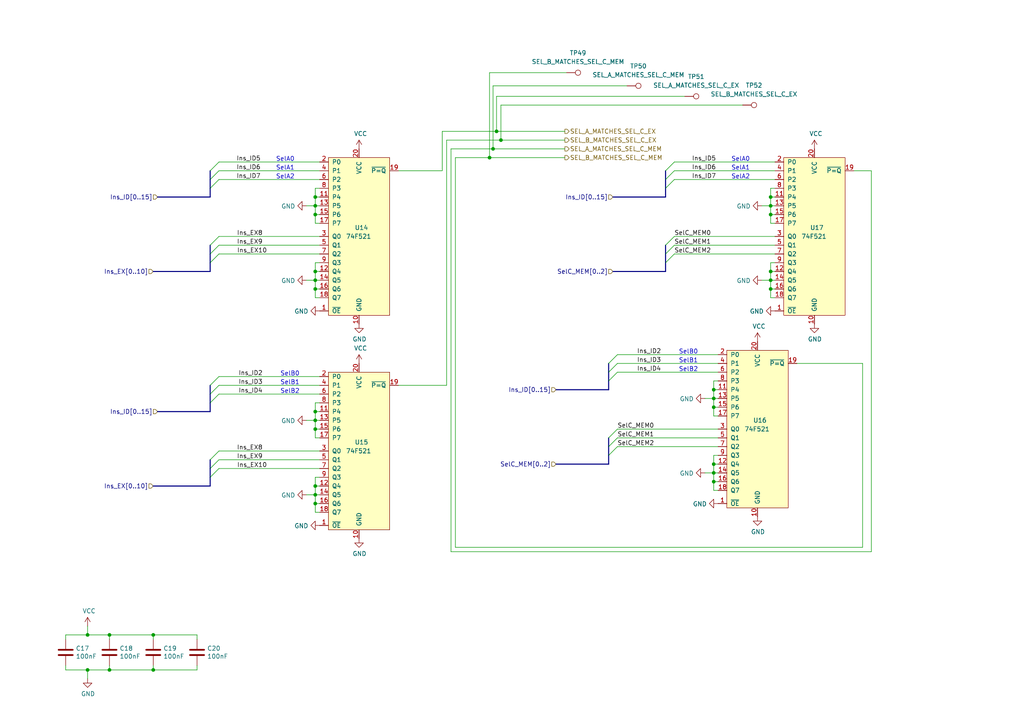
<source format=kicad_sch>
(kicad_sch (version 20211123) (generator eeschema)
  (paper "A4")
  (title_block (date "2022-09-25") (rev "C"))
  (lib_symbols
    (symbol "74xx (kicad5):74F521" (pin_names (offset 1.016))
      (property "Reference" "U" (at 0 0 0))
      (property "Value" "74F521" (at 0 -2.54 0))
      (symbol "74F521_0_0"
        (pin input line (at -11.43 -24.13 0) (length 2.54) (name "~{OE}") (number "1"))
        (pin power_in line (at 0 -27.94 90) (length 2.54) (name "GND") (number "10"))
        (pin input line (at -11.43 8.89 0) (length 2.54) (name "P4") (number "11"))
        (pin input line (at -11.43 -12.7 0) (length 2.54) (name "Q4") (number "12"))
        (pin input line (at -11.43 6.35 0) (length 2.54) (name "P5") (number "13"))
        (pin input line (at -11.43 -15.24 0) (length 2.54) (name "Q5") (number "14"))
        (pin input line (at -11.43 3.81 0) (length 2.54) (name "P6") (number "15"))
        (pin input line (at -11.43 -17.78 0) (length 2.54) (name "Q6") (number "16"))
        (pin input line (at -11.43 1.27 0) (length 2.54) (name "P7") (number "17"))
        (pin input line (at -11.43 -20.32 0) (length 2.54) (name "Q7") (number "18"))
        (pin output line (at 11.43 16.51 180) (length 2.54) (name "~{P=Q}") (number "19"))
        (pin input line (at -11.43 19.05 0) (length 2.54) (name "P0") (number "2"))
        (pin power_in line (at 0 22.86 270) (length 2.54) (name "VCC") (number "20"))
        (pin input line (at -11.43 -2.54 0) (length 2.54) (name "Q0") (number "3"))
        (pin input line (at -11.43 16.51 0) (length 2.54) (name "P1") (number "4"))
        (pin input line (at -11.43 -5.08 0) (length 2.54) (name "Q1") (number "5"))
        (pin input line (at -11.43 13.97 0) (length 2.54) (name "P2") (number "6"))
        (pin input line (at -11.43 -7.62 0) (length 2.54) (name "Q2") (number "7"))
        (pin input line (at -11.43 11.43 0) (length 2.54) (name "P3") (number "8"))
        (pin input line (at -11.43 -10.16 0) (length 2.54) (name "Q3") (number "9"))
      )
      (symbol "74F521_0_1"
        (rectangle (start -8.89 20.32) (end 8.89 -25.4) (fill (type background)))
      )
    )
    (symbol "Connector:TestPoint" (pin_numbers hide) (pin_names (offset 0.762) hide)
      (property "Reference" "TP" (at 0 6.858 0))
      (property "Value" "TestPoint" (at 0 5.08 0))
      (symbol "TestPoint_0_1"
        (circle (center 0 3.302) (radius 0.762))
      )
      (symbol "TestPoint_1_1"
        (pin passive line (at 0 0 90) (length 2.54) (name "1") (number "1"))
      )
    )
    (symbol "Device:C" (pin_numbers hide) (pin_names (offset 0.254))
      (property "Reference" "C" (at 0.635 2.54 0))
      (property "Value" "C" (at 0.635 -2.54 0))
      (symbol "C_0_1"
        (polyline (pts (xy -2.032 -0.762) (xy 2.032 -0.762)) (stroke (width 0.508)))
        (polyline (pts (xy -2.032 0.762) (xy 2.032 0.762)) (stroke (width 0.508)))
      )
      (symbol "C_1_1"
        (pin passive line (at 0 3.81 270) (length 2.794) (name "~") (number "1"))
        (pin passive line (at 0 -3.81 90) (length 2.794) (name "~") (number "2"))
      )
    )
    (symbol "power:GND" (power) (pin_names (offset 0))
      (property "Value" "GND" (at 0 -3.81 0))
      (symbol "GND_0_1"
        (polyline (pts (xy 0 0) (xy 0 -1.27) (xy 1.27 -1.27) (xy 0 -2.54) (xy -1.27 -1.27) (xy 0 -1.27)))
      )
      (symbol "GND_1_1"
        (pin power_in line (at 0 0 270) (length 0) hide (name "GND") (number "1"))
      )
    )
    (symbol "power:VCC" (power) (pin_names (offset 0))
      (property "Value" "VCC" (at 0 3.81 0))
      (symbol "VCC_0_1"
        (polyline (pts (xy -0.762 1.27) (xy 0 2.54)))
        (polyline (pts (xy 0 0) (xy 0 2.54)))
        (polyline (pts (xy 0 2.54) (xy 0.762 1.27)))
      )
      (symbol "VCC_1_1"
        (pin power_in line (at 0 0 90) (length 0) hide (name "VCC") (number "1"))
      )
    )
  )
  (junction (at 207.01 139.7))
  (junction (at 25.4 184.15))
  (junction (at 207.01 113.03))
  (junction (at 91.44 57.15))
  (junction (at 207.01 137.16))
  (junction (at 223.52 78.74))
  (junction (at 91.44 119.38))
  (junction (at 223.52 59.69))
  (junction (at 25.4 194.31))
  (junction (at 91.44 146.05))
  (junction (at 91.44 140.97))
  (junction (at 207.01 118.11))
  (junction (at 223.52 57.15))
  (junction (at 143.002 43.18))
  (junction (at 223.52 62.23))
  (junction (at 91.44 143.51))
  (junction (at 141.986 45.72))
  (junction (at 91.44 59.69))
  (junction (at 91.44 81.28))
  (junction (at 223.52 83.82))
  (junction (at 44.45 194.31))
  (junction (at 31.75 194.31))
  (junction (at 223.52 81.28))
  (junction (at 31.75 184.15))
  (junction (at 91.44 62.23))
  (junction (at 144.018 38.1))
  (junction (at 91.44 121.92))
  (junction (at 207.01 115.57))
  (junction (at 207.01 134.62))
  (junction (at 44.45 184.15))
  (junction (at 145.288 40.64))
  (junction (at 91.44 83.82))
  (junction (at 91.44 78.74))
  (junction (at 91.44 124.46))
  (bus_entry (at 193.04 71.12) (size 2.54 -2.54))
  (bus_entry (at 63.5 46.99) (size -2.54 2.54))
  (bus_entry (at 176.53 127) (size 2.54 -2.54))
  (bus_entry (at 179.07 102.87) (size -2.54 2.54))
  (bus_entry (at 63.5 49.53) (size -2.54 2.54))
  (bus_entry (at 193.04 76.2) (size 2.54 -2.54))
  (bus_entry (at 179.07 105.41) (size -2.54 2.54))
  (bus_entry (at 60.96 138.43) (size 2.54 -2.54))
  (bus_entry (at 63.5 114.3) (size -2.54 2.54))
  (bus_entry (at 176.53 132.08) (size 2.54 -2.54))
  (bus_entry (at 195.58 49.53) (size -2.54 2.54))
  (bus_entry (at 60.96 71.12) (size 2.54 -2.54))
  (bus_entry (at 63.5 109.22) (size -2.54 2.54))
  (bus_entry (at 195.58 46.99) (size -2.54 2.54))
  (bus_entry (at 63.5 111.76) (size -2.54 2.54))
  (bus_entry (at 179.07 107.95) (size -2.54 2.54))
  (bus_entry (at 60.96 135.89) (size 2.54 -2.54))
  (bus_entry (at 195.58 52.07) (size -2.54 2.54))
  (bus_entry (at 60.96 133.35) (size 2.54 -2.54))
  (bus_entry (at 63.5 52.07) (size -2.54 2.54))
  (bus_entry (at 193.04 73.66) (size 2.54 -2.54))
  (bus_entry (at 60.96 73.66) (size 2.54 -2.54))
  (bus_entry (at 176.53 129.54) (size 2.54 -2.54))
  (bus_entry (at 60.96 76.2) (size 2.54 -2.54))
  (bus (pts (xy 60.96 52.07) (xy 60.96 54.61)))
  (wire (pts (xy 144.018 27.94) (xy 144.018 38.1)))
  (bus (pts (xy 60.96 49.53) (xy 60.96 52.07)))
  (wire (pts (xy 91.44 57.15) (xy 91.44 59.69)))
  (wire (pts (xy 141.986 45.72) (xy 163.83 45.72)))
  (bus (pts (xy 177.8 78.74) (xy 193.04 78.74)))
  (wire (pts (xy 44.45 194.31) (xy 57.15 194.31)))
  (wire (pts (xy 91.44 62.23) (xy 91.44 64.77)))
  (wire (pts (xy 195.58 46.99) (xy 224.79 46.99)))
  (bus (pts (xy 161.29 134.62) (xy 176.53 134.62)))
  (bus (pts (xy 176.53 110.49) (xy 176.53 113.03)))
  (bus (pts (xy 176.53 105.41) (xy 176.53 107.95)))
  (wire (pts (xy 130.81 43.18) (xy 143.002 43.18)))
  (bus (pts (xy 176.53 127) (xy 176.53 129.54)))
  (wire (pts (xy 92.71 140.97) (xy 91.44 140.97)))
  (wire (pts (xy 231.14 105.41) (xy 250.19 105.41)))
  (wire (pts (xy 63.5 109.22) (xy 92.71 109.22)))
  (bus (pts (xy 60.96 135.89) (xy 60.96 138.43)))
  (bus (pts (xy 176.53 132.08) (xy 176.53 134.62)))
  (wire (pts (xy 91.44 121.92) (xy 91.44 124.46)))
  (wire (pts (xy 132.08 45.72) (xy 141.986 45.72)))
  (wire (pts (xy 224.79 68.58) (xy 195.58 68.58)))
  (wire (pts (xy 223.52 59.69) (xy 224.79 59.69)))
  (wire (pts (xy 215.392 30.48) (xy 145.288 30.48)))
  (bus (pts (xy 176.53 129.54) (xy 176.53 132.08)))
  (bus (pts (xy 193.04 73.66) (xy 193.04 76.2)))
  (wire (pts (xy 207.01 115.57) (xy 208.28 115.57)))
  (wire (pts (xy 25.4 196.85) (xy 25.4 194.31)))
  (wire (pts (xy 207.01 139.7) (xy 207.01 142.24)))
  (wire (pts (xy 57.15 184.15) (xy 57.15 185.42)))
  (wire (pts (xy 91.44 121.92) (xy 88.9 121.92)))
  (wire (pts (xy 143.002 24.892) (xy 143.002 43.18)))
  (wire (pts (xy 224.79 57.15) (xy 223.52 57.15)))
  (wire (pts (xy 25.4 194.31) (xy 31.75 194.31)))
  (wire (pts (xy 91.44 59.69) (xy 91.44 62.23)))
  (wire (pts (xy 207.01 137.16) (xy 204.47 137.16)))
  (wire (pts (xy 91.44 59.69) (xy 92.71 59.69)))
  (bus (pts (xy 193.04 71.12) (xy 193.04 73.66)))
  (wire (pts (xy 207.01 120.65) (xy 208.28 120.65)))
  (wire (pts (xy 207.01 137.16) (xy 207.01 139.7)))
  (bus (pts (xy 60.96 57.15) (xy 45.72 57.15)))
  (wire (pts (xy 179.07 102.87) (xy 208.28 102.87)))
  (wire (pts (xy 223.52 64.77) (xy 224.79 64.77)))
  (bus (pts (xy 193.04 49.53) (xy 193.04 52.07)))
  (wire (pts (xy 181.864 24.892) (xy 143.002 24.892)))
  (wire (pts (xy 208.28 129.54) (xy 179.07 129.54)))
  (wire (pts (xy 207.01 142.24) (xy 208.28 142.24)))
  (wire (pts (xy 91.44 138.43) (xy 91.44 140.97)))
  (wire (pts (xy 250.19 158.75) (xy 132.08 158.75)))
  (wire (pts (xy 207.01 137.16) (xy 208.28 137.16)))
  (wire (pts (xy 224.79 73.66) (xy 195.58 73.66)))
  (wire (pts (xy 19.05 184.15) (xy 25.4 184.15)))
  (bus (pts (xy 60.96 73.66) (xy 60.96 76.2)))
  (wire (pts (xy 195.58 71.12) (xy 224.79 71.12)))
  (wire (pts (xy 19.05 185.42) (xy 19.05 184.15)))
  (bus (pts (xy 44.45 78.74) (xy 60.96 78.74)))
  (wire (pts (xy 92.71 83.82) (xy 91.44 83.82)))
  (wire (pts (xy 92.71 116.84) (xy 91.44 116.84)))
  (wire (pts (xy 63.5 68.58) (xy 92.71 68.58)))
  (wire (pts (xy 164.338 21.082) (xy 141.986 21.082)))
  (bus (pts (xy 176.53 107.95) (xy 176.53 110.49)))
  (wire (pts (xy 208.28 124.46) (xy 179.07 124.46)))
  (wire (pts (xy 91.44 143.51) (xy 92.71 143.51)))
  (wire (pts (xy 25.4 181.61) (xy 25.4 184.15)))
  (wire (pts (xy 223.52 57.15) (xy 223.52 59.69)))
  (bus (pts (xy 176.53 113.03) (xy 161.29 113.03)))
  (wire (pts (xy 223.52 54.61) (xy 223.52 57.15)))
  (wire (pts (xy 91.44 81.28) (xy 91.44 83.82)))
  (wire (pts (xy 208.28 118.11) (xy 207.01 118.11)))
  (wire (pts (xy 92.71 76.2) (xy 91.44 76.2)))
  (wire (pts (xy 91.44 83.82) (xy 91.44 86.36)))
  (wire (pts (xy 195.58 49.53) (xy 224.79 49.53)))
  (wire (pts (xy 91.44 119.38) (xy 91.44 121.92)))
  (wire (pts (xy 63.5 71.12) (xy 92.71 71.12)))
  (wire (pts (xy 223.52 81.28) (xy 223.52 83.82)))
  (wire (pts (xy 208.28 110.49) (xy 207.01 110.49)))
  (bus (pts (xy 193.04 54.61) (xy 193.04 57.15)))
  (wire (pts (xy 207.01 115.57) (xy 207.01 118.11)))
  (wire (pts (xy 91.44 121.92) (xy 92.71 121.92)))
  (wire (pts (xy 91.44 148.59) (xy 92.71 148.59)))
  (wire (pts (xy 207.01 110.49) (xy 207.01 113.03)))
  (wire (pts (xy 91.44 81.28) (xy 92.71 81.28)))
  (wire (pts (xy 208.28 132.08) (xy 207.01 132.08)))
  (bus (pts (xy 193.04 57.15) (xy 177.8 57.15)))
  (wire (pts (xy 92.71 54.61) (xy 91.44 54.61)))
  (bus (pts (xy 60.96 133.35) (xy 60.96 135.89)))
  (bus (pts (xy 60.96 114.3) (xy 60.96 116.84)))
  (wire (pts (xy 91.44 54.61) (xy 91.44 57.15)))
  (wire (pts (xy 92.71 146.05) (xy 91.44 146.05)))
  (wire (pts (xy 223.52 86.36) (xy 224.79 86.36)))
  (wire (pts (xy 128.27 49.53) (xy 128.27 38.1)))
  (wire (pts (xy 91.44 76.2) (xy 91.44 78.74)))
  (wire (pts (xy 223.52 83.82) (xy 223.52 86.36)))
  (wire (pts (xy 91.44 143.51) (xy 88.9 143.51)))
  (wire (pts (xy 207.01 113.03) (xy 207.01 115.57)))
  (wire (pts (xy 224.79 78.74) (xy 223.52 78.74)))
  (wire (pts (xy 44.45 184.15) (xy 57.15 184.15)))
  (wire (pts (xy 91.44 78.74) (xy 91.44 81.28)))
  (wire (pts (xy 63.5 73.66) (xy 92.71 73.66)))
  (bus (pts (xy 60.96 71.12) (xy 60.96 73.66)))
  (bus (pts (xy 60.96 116.84) (xy 60.96 119.38)))
  (wire (pts (xy 91.44 146.05) (xy 91.44 148.59)))
  (wire (pts (xy 207.01 134.62) (xy 207.01 137.16)))
  (bus (pts (xy 193.04 76.2) (xy 193.04 78.74)))
  (wire (pts (xy 224.79 54.61) (xy 223.52 54.61)))
  (wire (pts (xy 63.5 114.3) (xy 92.71 114.3)))
  (wire (pts (xy 224.79 76.2) (xy 223.52 76.2)))
  (wire (pts (xy 223.52 59.69) (xy 220.98 59.69)))
  (wire (pts (xy 223.52 76.2) (xy 223.52 78.74)))
  (wire (pts (xy 92.71 124.46) (xy 91.44 124.46)))
  (wire (pts (xy 252.73 160.02) (xy 130.81 160.02)))
  (wire (pts (xy 19.05 194.31) (xy 25.4 194.31)))
  (wire (pts (xy 63.5 111.76) (xy 92.71 111.76)))
  (wire (pts (xy 92.71 119.38) (xy 91.44 119.38)))
  (wire (pts (xy 143.002 43.18) (xy 163.83 43.18)))
  (wire (pts (xy 63.5 46.99) (xy 92.71 46.99)))
  (wire (pts (xy 195.58 52.07) (xy 224.79 52.07)))
  (wire (pts (xy 141.986 21.082) (xy 141.986 45.72)))
  (wire (pts (xy 91.44 116.84) (xy 91.44 119.38)))
  (wire (pts (xy 145.288 40.64) (xy 163.83 40.64)))
  (wire (pts (xy 25.4 184.15) (xy 31.75 184.15)))
  (wire (pts (xy 92.71 57.15) (xy 91.44 57.15)))
  (wire (pts (xy 63.5 130.81) (xy 92.71 130.81)))
  (bus (pts (xy 60.96 138.43) (xy 60.96 140.97)))
  (wire (pts (xy 115.57 49.53) (xy 128.27 49.53)))
  (bus (pts (xy 44.45 140.97) (xy 60.96 140.97)))
  (wire (pts (xy 31.75 184.15) (xy 31.75 185.42)))
  (wire (pts (xy 92.71 62.23) (xy 91.44 62.23)))
  (wire (pts (xy 129.54 40.64) (xy 145.288 40.64)))
  (wire (pts (xy 31.75 194.31) (xy 31.75 193.04)))
  (bus (pts (xy 60.96 76.2) (xy 60.96 78.74)))
  (wire (pts (xy 223.52 62.23) (xy 223.52 64.77)))
  (wire (pts (xy 207.01 115.57) (xy 204.47 115.57)))
  (bus (pts (xy 193.04 52.07) (xy 193.04 54.61)))
  (wire (pts (xy 179.07 127) (xy 208.28 127)))
  (wire (pts (xy 31.75 184.15) (xy 44.45 184.15)))
  (wire (pts (xy 129.54 40.64) (xy 129.54 111.76)))
  (wire (pts (xy 247.65 49.53) (xy 252.73 49.53)))
  (wire (pts (xy 63.5 133.35) (xy 92.71 133.35)))
  (wire (pts (xy 252.73 49.53) (xy 252.73 160.02)))
  (wire (pts (xy 91.44 81.28) (xy 88.9 81.28)))
  (wire (pts (xy 224.79 83.82) (xy 223.52 83.82)))
  (wire (pts (xy 130.81 43.18) (xy 130.81 160.02)))
  (wire (pts (xy 223.52 81.28) (xy 220.98 81.28)))
  (wire (pts (xy 145.288 30.48) (xy 145.288 40.64)))
  (wire (pts (xy 91.44 124.46) (xy 91.44 127)))
  (wire (pts (xy 19.05 193.04) (xy 19.05 194.31)))
  (wire (pts (xy 63.5 135.89) (xy 92.71 135.89)))
  (wire (pts (xy 92.71 138.43) (xy 91.44 138.43)))
  (wire (pts (xy 115.57 111.76) (xy 129.54 111.76)))
  (wire (pts (xy 91.44 59.69) (xy 88.9 59.69)))
  (wire (pts (xy 207.01 132.08) (xy 207.01 134.62)))
  (wire (pts (xy 57.15 194.31) (xy 57.15 193.04)))
  (bus (pts (xy 60.96 111.76) (xy 60.96 114.3)))
  (wire (pts (xy 91.44 86.36) (xy 92.71 86.36)))
  (wire (pts (xy 179.07 107.95) (xy 208.28 107.95)))
  (wire (pts (xy 91.44 143.51) (xy 91.44 146.05)))
  (wire (pts (xy 91.44 127) (xy 92.71 127)))
  (wire (pts (xy 144.018 38.1) (xy 163.83 38.1)))
  (wire (pts (xy 198.628 27.94) (xy 144.018 27.94)))
  (wire (pts (xy 92.71 78.74) (xy 91.44 78.74)))
  (wire (pts (xy 128.27 38.1) (xy 144.018 38.1)))
  (wire (pts (xy 44.45 184.15) (xy 44.45 185.42)))
  (wire (pts (xy 63.5 49.53) (xy 92.71 49.53)))
  (wire (pts (xy 223.52 59.69) (xy 223.52 62.23)))
  (wire (pts (xy 208.28 139.7) (xy 207.01 139.7)))
  (wire (pts (xy 91.44 140.97) (xy 91.44 143.51)))
  (wire (pts (xy 208.28 113.03) (xy 207.01 113.03)))
  (wire (pts (xy 31.75 194.31) (xy 44.45 194.31)))
  (bus (pts (xy 60.96 54.61) (xy 60.96 57.15)))
  (bus (pts (xy 60.96 119.38) (xy 45.72 119.38)))
  (wire (pts (xy 44.45 194.31) (xy 44.45 193.04)))
  (wire (pts (xy 179.07 105.41) (xy 208.28 105.41)))
  (wire (pts (xy 223.52 81.28) (xy 224.79 81.28)))
  (wire (pts (xy 132.08 45.72) (xy 132.08 158.75)))
  (wire (pts (xy 224.79 62.23) (xy 223.52 62.23)))
  (wire (pts (xy 207.01 118.11) (xy 207.01 120.65)))
  (wire (pts (xy 63.5 52.07) (xy 92.71 52.07)))
  (wire (pts (xy 223.52 78.74) (xy 223.52 81.28)))
  (wire (pts (xy 208.28 134.62) (xy 207.01 134.62)))
  (wire (pts (xy 91.44 64.77) (xy 92.71 64.77)))
  (wire (pts (xy 250.19 105.41) (xy 250.19 158.75)))
  (text "SelA0" (at 212.09 46.99 0) (effects (font (size 1.27 1.27)) (justify left bottom)))
  (text "SelB1" (at 81.28 111.76 0) (effects (font (size 1.27 1.27)) (justify left bottom)))
  (text "SelA2" (at 212.09 52.07 0) (effects (font (size 1.27 1.27)) (justify left bottom)))
  (text "SelA1" (at 212.09 49.53 0) (effects (font (size 1.27 1.27)) (justify left bottom)))
  (text "SelB2" (at 196.85 107.95 0) (effects (font (size 1.27 1.27)) (justify left bottom)))
  (text "SelA0" (at 80.01 46.99 0) (effects (font (size 1.27 1.27)) (justify left bottom)))
  (text "SelB2" (at 81.28 114.3 0) (effects (font (size 1.27 1.27)) (justify left bottom)))
  (text "SelA1" (at 80.01 49.53 0) (effects (font (size 1.27 1.27)) (justify left bottom)))
  (text "SelA2" (at 80.01 52.07 0) (effects (font (size 1.27 1.27)) (justify left bottom)))
  (text "SelB0" (at 196.85 102.87 0) (effects (font (size 1.27 1.27)) (justify left bottom)))
  (text "SelB0" (at 81.28 109.22 0) (effects (font (size 1.27 1.27)) (justify left bottom)))
  (text "SelB1" (at 196.85 105.41 0) (effects (font (size 1.27 1.27)) (justify left bottom)))
  (label "Ins_ID7" (at 200.66 52.07 0))
  (label "SelC_MEM1" (at 195.58 71.12 0))
  (label "SelC_MEM0" (at 195.58 68.58 0))
  (label "SelC_MEM0" (at 179.07 124.46 0))
  (label "Ins_ID3" (at 76.2 111.76 180))
  (label "Ins_EX9" (at 76.2 133.35 180))
  (label "Ins_EX10" (at 77.47 135.89 180))
  (label "Ins_EX9" (at 76.2 71.12 180))
  (label "Ins_EX8" (at 76.2 68.58 180))
  (label "Ins_ID2" (at 76.2 109.22 180))
  (label "Ins_EX8" (at 76.2 130.81 180))
  (label "SelC_MEM2" (at 179.07 129.54 0))
  (label "Ins_ID4" (at 76.2 114.3 180))
  (label "Ins_ID6" (at 68.58 49.53 0))
  (label "Ins_EX10" (at 77.47 73.66 180))
  (label "Ins_ID2" (at 191.77 102.87 180))
  (label "Ins_ID6" (at 200.66 49.53 0))
  (label "SelC_MEM1" (at 179.07 127 0))
  (label "Ins_ID3" (at 191.77 105.41 180))
  (label "SelC_MEM2" (at 195.58 73.66 0))
  (label "Ins_ID5" (at 200.66 46.99 0))
  (label "Ins_ID5" (at 68.58 46.99 0))
  (label "Ins_ID7" (at 68.58 52.07 0))
  (label "Ins_ID4" (at 191.77 107.95 180))
  (hierarchical_label "SEL_A_MATCHES_SEL_C_EX" (shape output) (at 163.83 38.1 0))
  (hierarchical_label "Ins_EX[0..10]" (shape input) (at 44.45 78.74 180))
  (hierarchical_label "SEL_A_MATCHES_SEL_C_MEM" (shape output) (at 163.83 43.18 0))
  (hierarchical_label "SEL_B_MATCHES_SEL_C_MEM" (shape output) (at 163.83 45.72 0))
  (hierarchical_label "SelC_MEM[0..2]" (shape input) (at 161.29 134.62 180))
  (hierarchical_label "Ins_ID[0..15]" (shape input) (at 161.29 113.03 180))
  (hierarchical_label "Ins_ID[0..15]" (shape input) (at 45.72 119.38 180))
  (hierarchical_label "Ins_ID[0..15]" (shape input) (at 45.72 57.15 180))
  (hierarchical_label "Ins_EX[0..10]" (shape input) (at 44.45 140.97 180))
  (hierarchical_label "SelC_MEM[0..2]" (shape input) (at 177.8 78.74 180))
  (hierarchical_label "Ins_ID[0..15]" (shape input) (at 177.8 57.15 180))
  (hierarchical_label "SEL_B_MATCHES_SEL_C_EX" (shape output) (at 163.83 40.64 0))
  (symbol (lib_id "Device:C") (at 19.05 189.23 0) (unit 1)
    (property "Reference" "C17" (at 21.971 188.0616 0) (effects (justify left)))
    (property "Value" "100nF" (at 21.971 190.373 0) (effects (justify left)))
    (property "Footprint" "Capacitor_SMD:C_0603_1608Metric_Pad1.08x0.95mm_HandSolder" (effects hide))
    (property "Mouser" "https://www.mouser.com/ProductDetail/963-EMK107B7104KAHT" (effects hide))
  )
  (symbol (lib_id "power:VCC") (at 25.4 181.61 0) (unit 1)
    (property "Reference" "#PWR065" (effects hide))
    (property "Value" "VCC" (at 25.8318 177.2158 0))
  )
  (symbol (lib_id "power:GND") (at 25.4 196.85 0) (unit 1)
    (property "Reference" "#PWR066" (effects hide))
    (property "Value" "GND" (at 25.527 201.2442 0))
  )
  (symbol (lib_id "Device:C") (at 31.75 189.23 0) (unit 1)
    (property "Reference" "C18" (at 34.671 188.0616 0) (effects (justify left)))
    (property "Value" "100nF" (at 34.671 190.373 0) (effects (justify left)))
    (property "Footprint" "Capacitor_SMD:C_0603_1608Metric_Pad1.08x0.95mm_HandSolder" (effects hide))
    (property "Mouser" "https://www.mouser.com/ProductDetail/963-EMK107B7104KAHT" (effects hide))
  )
  (symbol (lib_id "Device:C") (at 44.45 189.23 0) (unit 1)
    (property "Reference" "C19" (at 47.371 188.0616 0) (effects (justify left)))
    (property "Value" "100nF" (at 47.371 190.373 0) (effects (justify left)))
    (property "Footprint" "Capacitor_SMD:C_0603_1608Metric_Pad1.08x0.95mm_HandSolder" (effects hide))
    (property "Mouser" "https://www.mouser.com/ProductDetail/963-EMK107B7104KAHT" (effects hide))
  )
  (symbol (lib_id "Device:C") (at 57.15 189.23 0) (unit 1)
    (property "Reference" "C20" (at 60.071 188.0616 0) (effects (justify left)))
    (property "Value" "100nF" (at 60.071 190.373 0) (effects (justify left)))
    (property "Footprint" "Capacitor_SMD:C_0603_1608Metric_Pad1.08x0.95mm_HandSolder" (effects hide))
    (property "Mouser" "https://www.mouser.com/ProductDetail/963-EMK107B7104KAHT" (effects hide))
  )
  (symbol (lib_id "74xx (kicad5):74F521") (at 104.14 66.04 0) (unit 1)
    (property "Reference" "U14" (at 102.87 66.04 0) (effects (justify left)))
    (property "Value" "74F521" (at 100.33 68.58 0) (effects (justify left)))
    (property "Footprint" "Package_SO:SOIC-20W_7.5x12.8mm_P1.27mm" (effects hide))
    (property "Datasheet" "https://www.ti.com/lit/ds/symlink/sn74f521.pdf?HQS=dis-mous-null-mousermode-dsf-pf-null-wwe&ts=1617462836509" (effects hide))
    (property "Mouser" "https://www.mouser.com/ProductDetail/Texas-Instruments/SN74F521DWR?qs=mE33ZKBHyE6Hxf0oNfiDUg%3D%3D" (effects hide))
  )
  (symbol (lib_id "power:VCC") (at 104.14 43.18 0) (unit 1)
    (property "Reference" "#PWR073" (effects hide))
    (property "Value" "VCC" (at 104.5718 38.7858 0))
  )
  (symbol (lib_id "power:GND") (at 104.14 93.98 0) (unit 1)
    (property "Reference" "#PWR074" (effects hide))
    (property "Value" "GND" (at 104.267 98.3742 0))
  )
  (symbol (lib_id "power:GND") (at 92.71 90.17 270) (unit 1)
    (property "Reference" "#PWR071" (effects hide))
    (property "Value" "GND" (at 89.4588 90.297 90) (effects (justify right)))
  )
  (symbol (lib_id "power:GND") (at 88.9 81.28 270) (unit 1)
    (property "Reference" "#PWR068" (effects hide))
    (property "Value" "GND" (at 85.6488 81.407 90) (effects (justify right)))
  )
  (symbol (lib_id "power:GND") (at 88.9 59.69 270) (unit 1)
    (property "Reference" "#PWR067" (effects hide))
    (property "Value" "GND" (at 85.6488 59.817 90) (effects (justify right)))
  )
  (symbol (lib_id "74xx (kicad5):74F521") (at 104.14 128.27 0) (unit 1)
    (property "Reference" "U15" (at 102.87 128.27 0) (effects (justify left)))
    (property "Value" "74F521" (at 100.33 130.81 0) (effects (justify left)))
    (property "Footprint" "Package_SO:SOIC-20W_7.5x12.8mm_P1.27mm" (effects hide))
    (property "Datasheet" "https://www.ti.com/lit/ds/symlink/sn74f521.pdf?HQS=dis-mous-null-mousermode-dsf-pf-null-wwe&ts=1617462836509" (effects hide))
    (property "Mouser" "https://www.mouser.com/ProductDetail/Texas-Instruments/SN74F521DWR?qs=mE33ZKBHyE6Hxf0oNfiDUg%3D%3D" (effects hide))
  )
  (symbol (lib_id "power:VCC") (at 104.14 105.41 0) (unit 1)
    (property "Reference" "#PWR075" (effects hide))
    (property "Value" "VCC" (at 104.5718 101.0158 0))
  )
  (symbol (lib_id "power:GND") (at 104.14 156.21 0) (unit 1)
    (property "Reference" "#PWR076" (effects hide))
    (property "Value" "GND" (at 104.267 160.6042 0))
  )
  (symbol (lib_id "power:GND") (at 92.71 152.4 270) (unit 1)
    (property "Reference" "#PWR072" (effects hide))
    (property "Value" "GND" (at 89.4588 152.527 90) (effects (justify right)))
  )
  (symbol (lib_id "power:GND") (at 88.9 143.51 270) (unit 1)
    (property "Reference" "#PWR070" (effects hide))
    (property "Value" "GND" (at 85.6488 143.637 90) (effects (justify right)))
  )
  (symbol (lib_id "power:GND") (at 88.9 121.92 270) (unit 1)
    (property "Reference" "#PWR069" (effects hide))
    (property "Value" "GND" (at 85.6488 122.047 90) (effects (justify right)))
  )
  (symbol (lib_id "power:GND") (at 220.98 59.69 270) (unit 1)
    (property "Reference" "#PWR082" (effects hide))
    (property "Value" "GND" (at 217.7288 59.817 90) (effects (justify right)))
  )
  (symbol (lib_id "power:GND") (at 220.98 81.28 270) (unit 1)
    (property "Reference" "#PWR083" (effects hide))
    (property "Value" "GND" (at 217.7288 81.407 90) (effects (justify right)))
  )
  (symbol (lib_id "power:GND") (at 224.79 90.17 270) (unit 1)
    (property "Reference" "#PWR084" (effects hide))
    (property "Value" "GND" (at 221.5388 90.297 90) (effects (justify right)))
  )
  (symbol (lib_id "power:GND") (at 236.22 93.98 0) (unit 1)
    (property "Reference" "#PWR086" (effects hide))
    (property "Value" "GND" (at 236.347 98.3742 0))
  )
  (symbol (lib_id "power:VCC") (at 236.22 43.18 0) (unit 1)
    (property "Reference" "#PWR085" (effects hide))
    (property "Value" "VCC" (at 236.6518 38.7858 0))
  )
  (symbol (lib_id "74xx (kicad5):74F521") (at 236.22 66.04 0) (unit 1)
    (property "Reference" "U17" (at 234.95 66.04 0) (effects (justify left)))
    (property "Value" "74F521" (at 232.41 68.58 0) (effects (justify left)))
    (property "Footprint" "Package_SO:SOIC-20W_7.5x12.8mm_P1.27mm" (effects hide))
    (property "Datasheet" "https://www.ti.com/lit/ds/symlink/sn74f521.pdf?HQS=dis-mous-null-mousermode-dsf-pf-null-wwe&ts=1617462836509" (effects hide))
    (property "Mouser" "https://www.mouser.com/ProductDetail/Texas-Instruments/SN74F521DWR?qs=mE33ZKBHyE6Hxf0oNfiDUg%3D%3D" (effects hide))
  )
  (symbol (lib_id "74xx (kicad5):74F521") (at 219.71 121.92 0) (unit 1)
    (property "Reference" "U16" (at 218.44 121.92 0) (effects (justify left)))
    (property "Value" "74F521" (at 215.9 124.46 0) (effects (justify left)))
    (property "Footprint" "Package_SO:SOIC-20W_7.5x12.8mm_P1.27mm" (effects hide))
    (property "Datasheet" "https://www.ti.com/lit/ds/symlink/sn74f521.pdf?HQS=dis-mous-null-mousermode-dsf-pf-null-wwe&ts=1617462836509" (effects hide))
    (property "Mouser" "https://www.mouser.com/ProductDetail/Texas-Instruments/SN74F521DWR?qs=mE33ZKBHyE6Hxf0oNfiDUg%3D%3D" (effects hide))
  )
  (symbol (lib_id "power:VCC") (at 219.71 99.06 0) (unit 1)
    (property "Reference" "#PWR080" (effects hide))
    (property "Value" "VCC" (at 220.1418 94.6658 0))
  )
  (symbol (lib_id "power:GND") (at 219.71 149.86 0) (unit 1)
    (property "Reference" "#PWR081" (effects hide))
    (property "Value" "GND" (at 219.837 154.2542 0))
  )
  (symbol (lib_id "power:GND") (at 208.28 146.05 270) (unit 1)
    (property "Reference" "#PWR079" (effects hide))
    (property "Value" "GND" (at 205.0288 146.177 90) (effects (justify right)))
  )
  (symbol (lib_id "power:GND") (at 204.47 137.16 270) (unit 1)
    (property "Reference" "#PWR078" (effects hide))
    (property "Value" "GND" (at 201.2188 137.287 90) (effects (justify right)))
  )
  (symbol (lib_id "power:GND") (at 204.47 115.57 270) (unit 1)
    (property "Reference" "#PWR077" (effects hide))
    (property "Value" "GND" (at 201.2188 115.697 90) (effects (justify right)))
  )
  (symbol (lib_id "Connector:TestPoint") (at 215.392 30.48 270) (mirror x) (unit 1)
    (property "Reference" "TP52" (at 218.694 24.765 90))
    (property "Value" "SEL_B_MATCHES_SEL_C_EX" (at 218.694 27.305 90))
    (property "Footprint" "TestPoint:TestPoint_Pad_D1.0mm" (effects hide))
  )
  (symbol (lib_id "Connector:TestPoint") (at 164.338 21.082 270) (mirror x) (unit 1)
    (property "Reference" "TP49" (at 167.64 15.367 90))
    (property "Value" "SEL_B_MATCHES_SEL_C_MEM" (at 167.64 17.907 90))
    (property "Footprint" "TestPoint:TestPoint_Pad_D1.0mm" (effects hide))
  )
  (symbol (lib_id "Connector:TestPoint") (at 198.628 27.94 270) (mirror x) (unit 1)
    (property "Reference" "TP51" (at 201.93 22.225 90))
    (property "Value" "SEL_A_MATCHES_SEL_C_EX" (at 201.93 24.765 90))
    (property "Footprint" "TestPoint:TestPoint_Pad_D1.0mm" (effects hide))
  )
  (symbol (lib_id "Connector:TestPoint") (at 181.864 24.892 270) (mirror x) (unit 1)
    (property "Reference" "TP50" (at 185.166 19.177 90))
    (property "Value" "SEL_A_MATCHES_SEL_C_MEM" (at 185.166 21.717 90))
    (property "Footprint" "TestPoint:TestPoint_Pad_D1.0mm" (effects hide))
  )
)
</source>
